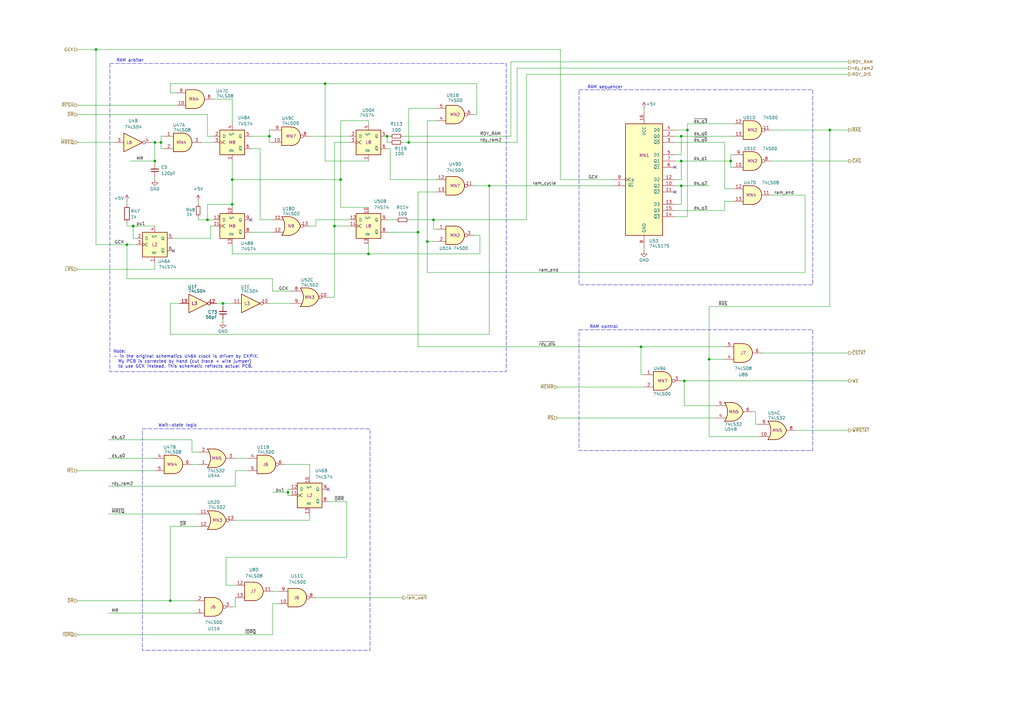
<source format=kicad_sch>
(kicad_sch (version 20250114) (generator "eeschema") (generator_version "9.0")
  (paper "A3")
  (title_block (title "Elwro 800 Junior Rev C - memory controller") (company "Przemysław Węgrzyn <pwegrzyn@codepainters.com>"))
  (lib_symbols
    (symbol "74xx:74LS00" (pin_names (offset 1.016))
      (property "Reference" "U" (at 0 1.27 0))
      (property "Value" "74LS00" (at 0 -1.27 0))
      (symbol "74LS00_1_1"
        (pin input line (at -7.62 2.54 0) (length 3.81) (name "~") (number "1"))
        (pin input line (at -7.62 -2.54 0) (length 3.81) (name "~") (number "2"))
        (pin output inverted (at 7.62 0 180) (length 3.81) (name "~") (number "3"))
      )
      (symbol "74LS00_1_2"
        (pin input inverted (at -7.62 2.54 0) (length 4.318) (name "~") (number "1"))
        (pin input inverted (at -7.62 -2.54 0) (length 4.318) (name "~") (number "2"))
        (pin output line (at 7.62 0 180) (length 3.81) (name "~") (number "3"))
      )
      (symbol "74LS00_2_1"
        (pin input line (at -7.62 2.54 0) (length 3.81) (name "~") (number "4"))
        (pin input line (at -7.62 -2.54 0) (length 3.81) (name "~") (number "5"))
        (pin output inverted (at 7.62 0 180) (length 3.81) (name "~") (number "6"))
      )
      (symbol "74LS00_2_2"
        (pin input inverted (at -7.62 2.54 0) (length 4.318) (name "~") (number "4"))
        (pin input inverted (at -7.62 -2.54 0) (length 4.318) (name "~") (number "5"))
        (pin output line (at 7.62 0 180) (length 3.81) (name "~") (number "6"))
      )
      (symbol "74LS00_3_1"
        (pin input line (at -7.62 2.54 0) (length 3.81) (name "~") (number "9"))
        (pin input line (at -7.62 -2.54 0) (length 3.81) (name "~") (number "10"))
        (pin output inverted (at 7.62 0 180) (length 3.81) (name "~") (number "8"))
      )
      (symbol "74LS00_3_2"
        (pin input inverted (at -7.62 2.54 0) (length 4.318) (name "~") (number "9"))
        (pin input inverted (at -7.62 -2.54 0) (length 4.318) (name "~") (number "10"))
        (pin output line (at 7.62 0 180) (length 3.81) (name "~") (number "8"))
      )
      (symbol "74LS00_4_1"
        (pin input line (at -7.62 2.54 0) (length 3.81) (name "~") (number "12"))
        (pin input line (at -7.62 -2.54 0) (length 3.81) (name "~") (number "13"))
        (pin output inverted (at 7.62 0 180) (length 3.81) (name "~") (number "11"))
      )
      (symbol "74LS00_4_2"
        (pin input inverted (at -7.62 2.54 0) (length 4.318) (name "~") (number "12"))
        (pin input inverted (at -7.62 -2.54 0) (length 4.318) (name "~") (number "13"))
        (pin output line (at 7.62 0 180) (length 3.81) (name "~") (number "11"))
      )
      (symbol "74LS00_5_0"
        (pin power_in line (at 0 12.7 270) (length 5.08) (name "VCC") (number "14"))
        (pin power_in line (at 0 -12.7 90) (length 5.08) (name "GND") (number "7"))
      )
    )
    (symbol "74xx:74LS02" (pin_names (offset 1.016))
      (property "Reference" "U" (at 0 1.27 0))
      (property "Value" "74LS02" (at 0 -1.27 0))
      (symbol "74LS02_1_1"
        (pin input line (at -7.62 2.54 0) (length 4.318) (name "~") (number "2"))
        (pin input line (at -7.62 -2.54 0) (length 4.318) (name "~") (number "3"))
        (pin output inverted (at 7.62 0 180) (length 3.81) (name "~") (number "1"))
      )
      (symbol "74LS02_1_2"
        (pin input inverted (at -7.62 2.54 0) (length 3.81) (name "~") (number "2"))
        (pin input inverted (at -7.62 -2.54 0) (length 3.81) (name "~") (number "3"))
        (pin output line (at 7.62 0 180) (length 3.81) (name "~") (number "1"))
      )
      (symbol "74LS02_2_1"
        (pin input line (at -7.62 2.54 0) (length 4.318) (name "~") (number "5"))
        (pin input line (at -7.62 -2.54 0) (length 4.318) (name "~") (number "6"))
        (pin output inverted (at 7.62 0 180) (length 3.81) (name "~") (number "4"))
      )
      (symbol "74LS02_2_2"
        (pin input inverted (at -7.62 2.54 0) (length 3.81) (name "~") (number "5"))
        (pin input inverted (at -7.62 -2.54 0) (length 3.81) (name "~") (number "6"))
        (pin output line (at 7.62 0 180) (length 3.81) (name "~") (number "4"))
      )
      (symbol "74LS02_3_1"
        (pin input line (at -7.62 2.54 0) (length 4.318) (name "~") (number "8"))
        (pin input line (at -7.62 -2.54 0) (length 4.318) (name "~") (number "9"))
        (pin output inverted (at 7.62 0 180) (length 3.81) (name "~") (number "10"))
      )
      (symbol "74LS02_3_2"
        (pin input inverted (at -7.62 2.54 0) (length 3.81) (name "~") (number "8"))
        (pin input inverted (at -7.62 -2.54 0) (length 3.81) (name "~") (number "9"))
        (pin output line (at 7.62 0 180) (length 3.81) (name "~") (number "10"))
      )
      (symbol "74LS02_4_1"
        (pin input line (at -7.62 2.54 0) (length 4.318) (name "~") (number "11"))
        (pin input line (at -7.62 -2.54 0) (length 4.318) (name "~") (number "12"))
        (pin output inverted (at 7.62 0 180) (length 3.81) (name "~") (number "13"))
      )
      (symbol "74LS02_4_2"
        (pin input inverted (at -7.62 2.54 0) (length 3.81) (name "~") (number "11"))
        (pin input inverted (at -7.62 -2.54 0) (length 3.81) (name "~") (number "12"))
        (pin output line (at 7.62 0 180) (length 3.81) (name "~") (number "13"))
      )
      (symbol "74LS02_5_0"
        (pin power_in line (at 0 12.7 270) (length 5.08) (name "VCC") (number "14"))
        (pin power_in line (at 0 -12.7 90) (length 5.08) (name "GND") (number "7"))
      )
    )
    (symbol "74xx:74LS04"
      (property "Reference" "U" (at 0 1.27 0))
      (property "Value" "74LS04" (at 0 -1.27 0))
      (symbol "74LS04_1_0"
        (pin input line (at -7.62 0 0) (length 3.81) (name "~") (number "1"))
        (pin output inverted (at 7.62 0 180) (length 3.81) (name "~") (number "2"))
      )
      (symbol "74LS04_2_0"
        (pin input line (at -7.62 0 0) (length 3.81) (name "~") (number "3"))
        (pin output inverted (at 7.62 0 180) (length 3.81) (name "~") (number "4"))
      )
      (symbol "74LS04_3_0"
        (pin input line (at -7.62 0 0) (length 3.81) (name "~") (number "5"))
        (pin output inverted (at 7.62 0 180) (length 3.81) (name "~") (number "6"))
      )
      (symbol "74LS04_4_0"
        (pin input line (at -7.62 0 0) (length 3.81) (name "~") (number "9"))
        (pin output inverted (at 7.62 0 180) (length 3.81) (name "~") (number "8"))
      )
      (symbol "74LS04_5_0"
        (pin input line (at -7.62 0 0) (length 3.81) (name "~") (number "11"))
        (pin output inverted (at 7.62 0 180) (length 3.81) (name "~") (number "10"))
      )
      (symbol "74LS04_6_0"
        (pin input line (at -7.62 0 0) (length 3.81) (name "~") (number "13"))
        (pin output inverted (at 7.62 0 180) (length 3.81) (name "~") (number "12"))
      )
      (symbol "74LS04_7_0"
        (pin power_in line (at 0 12.7 270) (length 5.08) (name "VCC") (number "14"))
        (pin power_in line (at 0 -12.7 90) (length 5.08) (name "GND") (number "7"))
      )
    )
    (symbol "74xx:74LS08" (pin_names (offset 1.016))
      (property "Reference" "U" (at 0 1.27 0))
      (property "Value" "74LS08" (at 0 -1.27 0))
      (symbol "74LS08_1_1"
        (pin input line (at -7.62 2.54 0) (length 3.81) (name "~") (number "1"))
        (pin input line (at -7.62 -2.54 0) (length 3.81) (name "~") (number "2"))
        (pin output line (at 7.62 0 180) (length 3.81) (name "~") (number "3"))
      )
      (symbol "74LS08_1_2"
        (pin input inverted (at -7.62 2.54 0) (length 4.318) (name "~") (number "1"))
        (pin input inverted (at -7.62 -2.54 0) (length 4.318) (name "~") (number "2"))
        (pin output inverted (at 7.62 0 180) (length 3.81) (name "~") (number "3"))
      )
      (symbol "74LS08_2_1"
        (pin input line (at -7.62 2.54 0) (length 3.81) (name "~") (number "4"))
        (pin input line (at -7.62 -2.54 0) (length 3.81) (name "~") (number "5"))
        (pin output line (at 7.62 0 180) (length 3.81) (name "~") (number "6"))
      )
      (symbol "74LS08_2_2"
        (pin input inverted (at -7.62 2.54 0) (length 4.318) (name "~") (number "4"))
        (pin input inverted (at -7.62 -2.54 0) (length 4.318) (name "~") (number "5"))
        (pin output inverted (at 7.62 0 180) (length 3.81) (name "~") (number "6"))
      )
      (symbol "74LS08_3_1"
        (pin input line (at -7.62 2.54 0) (length 3.81) (name "~") (number "9"))
        (pin input line (at -7.62 -2.54 0) (length 3.81) (name "~") (number "10"))
        (pin output line (at 7.62 0 180) (length 3.81) (name "~") (number "8"))
      )
      (symbol "74LS08_3_2"
        (pin input inverted (at -7.62 2.54 0) (length 4.318) (name "~") (number "9"))
        (pin input inverted (at -7.62 -2.54 0) (length 4.318) (name "~") (number "10"))
        (pin output inverted (at 7.62 0 180) (length 3.81) (name "~") (number "8"))
      )
      (symbol "74LS08_4_1"
        (pin input line (at -7.62 2.54 0) (length 3.81) (name "~") (number "12"))
        (pin input line (at -7.62 -2.54 0) (length 3.81) (name "~") (number "13"))
        (pin output line (at 7.62 0 180) (length 3.81) (name "~") (number "11"))
      )
      (symbol "74LS08_4_2"
        (pin input inverted (at -7.62 2.54 0) (length 4.318) (name "~") (number "12"))
        (pin input inverted (at -7.62 -2.54 0) (length 4.318) (name "~") (number "13"))
        (pin output inverted (at 7.62 0 180) (length 3.81) (name "~") (number "11"))
      )
      (symbol "74LS08_5_0"
        (pin power_in line (at 0 12.7 270) (length 5.08) (name "VCC") (number "14"))
        (pin power_in line (at 0 -12.7 90) (length 5.08) (name "GND") (number "7"))
      )
    )
    (symbol "74xx:74LS32" (pin_names (offset 1.016))
      (property "Reference" "U" (at 0 1.27 0))
      (property "Value" "74LS32" (at 0 -1.27 0))
      (symbol "74LS32_1_1"
        (pin input line (at -7.62 2.54 0) (length 4.318) (name "~") (number "1"))
        (pin input line (at -7.62 -2.54 0) (length 4.318) (name "~") (number "2"))
        (pin output line (at 7.62 0 180) (length 3.81) (name "~") (number "3"))
      )
      (symbol "74LS32_1_2"
        (pin input inverted (at -7.62 2.54 0) (length 3.81) (name "~") (number "1"))
        (pin input inverted (at -7.62 -2.54 0) (length 3.81) (name "~") (number "2"))
        (pin output inverted (at 7.62 0 180) (length 3.81) (name "~") (number "3"))
      )
      (symbol "74LS32_2_1"
        (pin input line (at -7.62 2.54 0) (length 4.318) (name "~") (number "4"))
        (pin input line (at -7.62 -2.54 0) (length 4.318) (name "~") (number "5"))
        (pin output line (at 7.62 0 180) (length 3.81) (name "~") (number "6"))
      )
      (symbol "74LS32_2_2"
        (pin input inverted (at -7.62 2.54 0) (length 3.81) (name "~") (number "4"))
        (pin input inverted (at -7.62 -2.54 0) (length 3.81) (name "~") (number "5"))
        (pin output inverted (at 7.62 0 180) (length 3.81) (name "~") (number "6"))
      )
      (symbol "74LS32_3_1"
        (pin input line (at -7.62 2.54 0) (length 4.318) (name "~") (number "9"))
        (pin input line (at -7.62 -2.54 0) (length 4.318) (name "~") (number "10"))
        (pin output line (at 7.62 0 180) (length 3.81) (name "~") (number "8"))
      )
      (symbol "74LS32_3_2"
        (pin input inverted (at -7.62 2.54 0) (length 3.81) (name "~") (number "9"))
        (pin input inverted (at -7.62 -2.54 0) (length 3.81) (name "~") (number "10"))
        (pin output inverted (at 7.62 0 180) (length 3.81) (name "~") (number "8"))
      )
      (symbol "74LS32_4_1"
        (pin input line (at -7.62 2.54 0) (length 4.318) (name "~") (number "12"))
        (pin input line (at -7.62 -2.54 0) (length 4.318) (name "~") (number "13"))
        (pin output line (at 7.62 0 180) (length 3.81) (name "~") (number "11"))
      )
      (symbol "74LS32_4_2"
        (pin input inverted (at -7.62 2.54 0) (length 3.81) (name "~") (number "12"))
        (pin input inverted (at -7.62 -2.54 0) (length 3.81) (name "~") (number "13"))
        (pin output inverted (at 7.62 0 180) (length 3.81) (name "~") (number "11"))
      )
      (symbol "74LS32_5_0"
        (pin power_in line (at 0 12.7 270) (length 5.08) (name "VCC") (number "14"))
        (pin power_in line (at 0 -12.7 90) (length 5.08) (name "GND") (number "7"))
      )
    )
    (symbol "74xx:74LS74" (pin_names (offset 1.016))
      (property "Reference" "U" (at -7.62 8.89 0))
      (property "Value" "74LS74" (at -7.62 -8.89 0))
      (symbol "74LS74_1_0"
        (pin input line (at -7.62 2.54 0) (length 2.54) (name "D") (number "2"))
        (pin input clock (at -7.62 0 0) (length 2.54) (name "C") (number "3"))
        (pin input line (at 0 7.62 270) (length 2.54) (name "~{S}") (number "4"))
        (pin input line (at 0 -7.62 90) (length 2.54) (name "~{R}") (number "1"))
        (pin output line (at 7.62 2.54 180) (length 2.54) (name "Q") (number "5"))
        (pin output line (at 7.62 -2.54 180) (length 2.54) (name "~{Q}") (number "6"))
      )
      (symbol "74LS74_2_0"
        (pin input line (at -7.62 2.54 0) (length 2.54) (name "D") (number "12"))
        (pin input clock (at -7.62 0 0) (length 2.54) (name "C") (number "11"))
        (pin input line (at 0 7.62 270) (length 2.54) (name "~{S}") (number "10"))
        (pin input line (at 0 -7.62 90) (length 2.54) (name "~{R}") (number "13"))
        (pin output line (at 7.62 2.54 180) (length 2.54) (name "Q") (number "9"))
        (pin output line (at 7.62 -2.54 180) (length 2.54) (name "~{Q}") (number "8"))
      )
      (symbol "74LS74_3_0"
        (pin power_in line (at 0 10.16 270) (length 2.54) (name "VCC") (number "14"))
        (pin power_in line (at 0 -10.16 90) (length 2.54) (name "GND") (number "7"))
      )
    )
    (symbol "Device:C_Small" (pin_numbers (hide yes)) (pin_names (offset 0.254) (hide yes))
      (property "Reference" "C" (at 0.254 1.778 0))
      (property "Value" "C_Small" (at 0.254 -2.032 0))
      (symbol "C_Small_1_1"
        (pin passive line (at 0 2.54 270) (length 2.032) (name "~") (number "1"))
        (pin passive line (at 0 -2.54 90) (length 2.032) (name "~") (number "2"))
      )
    )
    (symbol "Device:R" (pin_numbers (hide yes)) (pin_names (offset 0))
      (property "Reference" "R" (at 2.032 0 90))
      (property "Value" "R" (at 0 0 90))
      (symbol "R_1_1"
        (pin passive line (at 0 3.81 270) (length 1.27) (name "~") (number "1"))
        (pin passive line (at 0 -3.81 90) (length 1.27) (name "~") (number "2"))
      )
    )
    (symbol "Device:R_Small" (pin_numbers (hide yes)) (pin_names (offset 0.254) (hide yes))
      (property "Reference" "R" (at 0.762 0.508 0))
      (property "Value" "R_Small" (at 0.762 -1.016 0))
      (symbol "R_Small_1_1"
        (pin passive line (at 0 2.54 270) (length 0.762) (name "~") (number "1"))
        (pin passive line (at 0 -2.54 90) (length 0.762) (name "~") (number "2"))
      )
    )
    (symbol "e800j_custom:74LS175" (pin_names (offset 1.016))
      (property "Reference" "U" (at -7.62 13.97 0))
      (property "Value" "74LS175" (at -7.62 -16.51 0))
      (symbol "74LS175_1_0"
        (pin input clock (at -12.7 -10.16 0) (length 5.08) (name "Cp") (number "9"))
        (pin input line (at -12.7 -12.7 0) (length 5.08) (name "~{Mr}") (number "1"))
        (pin power_in line (at 0 17.78 270) (length 5.08) (name "VCC") (number "16"))
        (pin power_in line (at 0 -38.1 90) (length 5.08) (name "GND") (number "8"))
        (pin input line (at 12.7 10.16 180) (length 5.08) (name "D0") (number "4"))
        (pin output line (at 12.7 7.62 180) (length 5.08) (name "Q0") (number "2"))
        (pin output line (at 12.7 5.08 180) (length 5.08) (name "~{Q0}") (number "3"))
        (pin input line (at 12.7 0 180) (length 5.08) (name "D1") (number "5"))
        (pin output line (at 12.7 -2.54 180) (length 5.08) (name "Q1") (number "7"))
        (pin output line (at 12.7 -5.08 180) (length 5.08) (name "~{Q1}") (number "6"))
        (pin input line (at 12.7 -10.16 180) (length 5.08) (name "D2") (number "12"))
        (pin output line (at 12.7 -12.7 180) (length 5.08) (name "Q2") (number "10"))
        (pin output line (at 12.7 -15.24 180) (length 5.08) (name "~{Q2}") (number "11"))
        (pin input line (at 12.7 -20.32 180) (length 5.08) (name "D3") (number "13"))
        (pin output line (at 12.7 -22.86 180) (length 5.08) (name "Q3") (number "15"))
        (pin output line (at 12.7 -25.4 180) (length 5.08) (name "~{Q3}") (number "14"))
      )
    )
    (symbol "power:+5V" (power) (pin_numbers (hide yes)) (pin_names (offset 0) (hide yes))
      (property "Value" "+5V" (at 0 3.556 0))
      (symbol "+5V_1_1"
        (pin power_in line (at 0 0 90) (length 0) (name "~") (number "1"))
      )
    )
    (symbol "power:GND" (power) (pin_numbers (hide yes)) (pin_names (offset 0) (hide yes))
      (property "Value" "GND" (at 0 -3.81 0))
      (symbol "GND_1_1"
        (pin power_in line (at 0 0 270) (length 0) (name "~") (number "1"))
      )
    )
  )
  (rectangle (start 237.49 135.255) (end 333.375 184.785) (stroke (width 0) (type dash)))
  (rectangle (start 237.49 36.83) (end 333.375 116.84) (stroke (width 0) (type dash)))
  (rectangle (start 58.42 175.895) (end 151.765 266.7) (stroke (width 0) (type dash)))
  (rectangle (start 45.085 26.035) (end 207.645 152.4) (stroke (width 0) (type dash)))
  (text "Note:\n- in the original schematics U46A clock is driven by CKPIX. \n  My PCB is corrected by hand (cut trace + wire jumper) \n  to use GCK instead. This schematic reflects actual PCB." (at 46.482 147.32 0) (effects (font (size 1.27 1.27)) (justify left)))
  (text "RAM sequencer" (at 248.158 35.814 0) (effects (font (size 1.27 1.27))))
  (text "RAM arbiter" (at 53.34 24.892 0) (effects (font (size 1.27 1.27))))
  (text "RAM control" (at 247.65 134.112 0) (effects (font (size 1.27 1.27))))
  (text "Wait-state logic" (at 72.898 174.498 0) (effects (font (size 1.27 1.27))))
  (junction (at 167.64 58.42))
  (junction (at 177.8 90.17))
  (junction (at 137.16 92.71))
  (junction (at 63.5 66.04))
  (junction (at 280.67 156.21))
  (junction (at 69.85 246.38))
  (junction (at 279.4 76.2))
  (junction (at 281.94 53.34))
  (junction (at 39.37 20.32))
  (junction (at 151.13 104.14))
  (junction (at 262.89 142.24))
  (junction (at 340.36 53.34))
  (junction (at 118.11 201.93))
  (junction (at 95.25 73.66))
  (junction (at 63.5 58.42))
  (junction (at 91.44 124.46))
  (junction (at 54.61 92.71))
  (junction (at 66.04 58.42))
  (junction (at 200.66 76.2))
  (junction (at 171.45 95.25))
  (junction (at 299.72 66.04))
  (junction (at 133.35 34.29))
  (junction (at 175.26 99.06))
  (junction (at 158.75 55.88))
  (junction (at 95.25 83.82))
  (junction (at 290.83 147.32))
  (junction (at 52.07 100.33))
  (junction (at 279.4 66.04))
  (junction (at 85.09 90.17))
  (junction (at 110.49 55.88))
  (junction (at 139.7 73.66))
  (junction (at 279.4 55.88))
  (no_connect (at 134.62 200.66))
  (no_connect (at 71.12 102.87))
  (no_connect (at 102.87 90.17))
  (no_connect (at 276.86 68.58))
  (no_connect (at 276.86 78.74))
  (wire (pts (xy 81.28 88.9) (xy 81.28 90.17)))
  (wire (pts (xy 142.24 228.6) (xy 92.71 228.6)))
  (wire (pts (xy 110.49 53.34) (xy 111.76 53.34)))
  (wire (pts (xy 127 92.71) (xy 129.54 92.71)))
  (wire (pts (xy 95.25 40.64) (xy 95.25 50.8)))
  (wire (pts (xy 171.45 142.24) (xy 262.89 142.24)))
  (wire (pts (xy 340.36 125.73) (xy 340.36 53.34)))
  (wire (pts (xy 69.85 34.29) (xy 133.35 34.29)))
  (wire (pts (xy 129.54 245.11) (xy 165.1 245.11)))
  (wire (pts (xy 133.35 34.29) (xy 195.58 34.29)))
  (wire (pts (xy 91.44 124.46) (xy 95.25 124.46)))
  (wire (pts (xy 96.52 187.96) (xy 101.6 187.96)))
  (wire (pts (xy 88.9 124.46) (xy 91.44 124.46)))
  (wire (pts (xy 102.87 55.88) (xy 110.49 55.88)))
  (wire (pts (xy 179.07 93.98) (xy 177.8 93.98)))
  (wire (pts (xy 279.4 63.5) (xy 279.4 55.88)))
  (wire (pts (xy 215.9 30.48) (xy 215.9 90.17)))
  (wire (pts (xy 111.76 119.38) (xy 119.38 119.38)))
  (wire (pts (xy 31.75 58.42) (xy 46.99 58.42)))
  (wire (pts (xy 280.67 156.21) (xy 347.98 156.21)))
  (wire (pts (xy 39.37 100.33) (xy 52.07 100.33)))
  (wire (pts (xy 175.26 49.53) (xy 179.07 49.53)))
  (wire (pts (xy 118.11 201.93) (xy 118.11 203.2)))
  (wire (pts (xy 92.71 228.6) (xy 92.71 240.03)))
  (wire (pts (xy 63.5 107.95) (xy 63.5 110.49)))
  (wire (pts (xy 86.36 92.71) (xy 87.63 92.71)))
  (wire (pts (xy 81.28 90.17) (xy 85.09 90.17)))
  (wire (pts (xy 63.5 72.39) (xy 63.5 73.66)))
  (wire (pts (xy 212.09 27.94) (xy 212.09 58.42)))
  (wire (pts (xy 158.75 95.25) (xy 171.45 95.25)))
  (wire (pts (xy 279.4 66.04) (xy 276.86 66.04)))
  (wire (pts (xy 264.16 44.45) (xy 264.16 45.72)))
  (wire (pts (xy 340.36 53.34) (xy 347.98 53.34)))
  (wire (pts (xy 111.76 58.42) (xy 110.49 58.42)))
  (wire (pts (xy 52.07 114.3) (xy 52.07 100.33)))
  (wire (pts (xy 290.83 125.73) (xy 340.36 125.73)))
  (wire (pts (xy 95.25 66.04) (xy 95.25 73.66)))
  (wire (pts (xy 165.1 58.42) (xy 167.64 58.42)))
  (wire (pts (xy 53.34 66.04) (xy 63.5 66.04)))
  (wire (pts (xy 66.04 58.42) (xy 66.04 55.88)))
  (wire (pts (xy 85.09 90.17) (xy 85.09 83.82)))
  (wire (pts (xy 44.45 199.39) (xy 96.52 199.39)))
  (wire (pts (xy 39.37 20.32) (xy 229.87 20.32)))
  (wire (pts (xy 293.37 166.37) (xy 280.67 166.37)))
  (wire (pts (xy 297.18 77.47) (xy 297.18 58.42)))
  (wire (pts (xy 44.45 180.34) (xy 78.74 180.34)))
  (wire (pts (xy 276.86 53.34) (xy 281.94 53.34)))
  (wire (pts (xy 276.86 73.66) (xy 279.4 73.66)))
  (wire (pts (xy 69.85 38.1) (xy 69.85 34.29)))
  (wire (pts (xy 158.75 60.96) (xy 160.02 60.96)))
  (wire (pts (xy 281.94 53.34) (xy 281.94 50.8)))
  (wire (pts (xy 54.61 92.71) (xy 63.5 92.71)))
  (wire (pts (xy 276.86 83.82) (xy 279.4 83.82)))
  (wire (pts (xy 52.07 82.55) (xy 52.07 83.82)))
  (wire (pts (xy 133.35 34.29) (xy 133.35 66.04)))
  (wire (pts (xy 177.8 93.98) (xy 177.8 90.17)))
  (wire (pts (xy 209.55 25.4) (xy 347.98 25.4)))
  (wire (pts (xy 299.72 66.04) (xy 299.72 63.5)))
  (wire (pts (xy 215.9 30.48) (xy 347.98 30.48)))
  (wire (pts (xy 279.4 76.2) (xy 276.86 76.2)))
  (wire (pts (xy 31.75 260.35) (xy 111.76 260.35)))
  (wire (pts (xy 31.75 246.38) (xy 69.85 246.38)))
  (wire (pts (xy 85.09 55.88) (xy 85.09 46.99)))
  (wire (pts (xy 118.11 203.2) (xy 119.38 203.2)))
  (wire (pts (xy 316.23 66.04) (xy 347.98 66.04)))
  (wire (pts (xy 63.5 58.42) (xy 66.04 58.42)))
  (wire (pts (xy 290.83 179.07) (xy 311.15 179.07)))
  (wire (pts (xy 127 55.88) (xy 143.51 55.88)))
  (wire (pts (xy 194.31 76.2) (xy 200.66 76.2)))
  (wire (pts (xy 52.07 100.33) (xy 55.88 100.33)))
  (wire (pts (xy 158.75 55.88) (xy 158.75 58.42)))
  (wire (pts (xy 137.16 92.71) (xy 137.16 58.42)))
  (wire (pts (xy 95.25 73.66) (xy 139.7 73.66)))
  (wire (pts (xy 142.24 205.74) (xy 142.24 228.6)))
  (wire (pts (xy 118.11 200.66) (xy 118.11 201.93)))
  (wire (pts (xy 78.74 190.5) (xy 81.28 190.5)))
  (wire (pts (xy 179.07 99.06) (xy 175.26 99.06)))
  (wire (pts (xy 111.76 201.93) (xy 118.11 201.93)))
  (wire (pts (xy 309.88 168.91) (xy 308.61 168.91)))
  (wire (pts (xy 102.87 95.25) (xy 111.76 95.25)))
  (wire (pts (xy 129.54 90.17) (xy 143.51 90.17)))
  (wire (pts (xy 175.26 111.76) (xy 175.26 99.06)))
  (wire (pts (xy 151.13 104.14) (xy 151.13 100.33)))
  (wire (pts (xy 297.18 86.36) (xy 297.18 82.55)))
  (wire (pts (xy 96.52 213.36) (xy 127 213.36)))
  (wire (pts (xy 279.4 66.04) (xy 299.72 66.04)))
  (wire (pts (xy 69.85 137.16) (xy 200.66 137.16)))
  (wire (pts (xy 69.85 124.46) (xy 69.85 137.16)))
  (wire (pts (xy 316.23 53.34) (xy 340.36 53.34)))
  (wire (pts (xy 86.36 97.79) (xy 86.36 92.71)))
  (wire (pts (xy 44.45 210.82) (xy 81.28 210.82)))
  (wire (pts (xy 139.7 73.66) (xy 139.7 85.09)))
  (wire (pts (xy 297.18 58.42) (xy 276.86 58.42)))
  (wire (pts (xy 276.86 63.5) (xy 279.4 63.5)))
  (wire (pts (xy 228.6 171.45) (xy 293.37 171.45)))
  (wire (pts (xy 279.4 76.2) (xy 290.83 76.2)))
  (wire (pts (xy 209.55 55.88) (xy 209.55 25.4)))
  (wire (pts (xy 127 213.36) (xy 127 210.82)))
  (wire (pts (xy 129.54 92.71) (xy 129.54 90.17)))
  (wire (pts (xy 158.75 90.17) (xy 162.56 90.17)))
  (wire (pts (xy 81.28 185.42) (xy 78.74 185.42)))
  (wire (pts (xy 95.25 83.82) (xy 95.25 85.09)))
  (wire (pts (xy 290.83 147.32) (xy 290.83 179.07)))
  (wire (pts (xy 196.85 96.52) (xy 194.31 96.52)))
  (wire (pts (xy 95.25 73.66) (xy 95.25 83.82)))
  (wire (pts (xy 281.94 88.9) (xy 281.94 53.34)))
  (wire (pts (xy 66.04 60.96) (xy 66.04 58.42)))
  (wire (pts (xy 95.25 100.33) (xy 95.25 104.14)))
  (wire (pts (xy 137.16 58.42) (xy 143.51 58.42)))
  (wire (pts (xy 85.09 55.88) (xy 87.63 55.88)))
  (wire (pts (xy 55.88 97.79) (xy 54.61 97.79)))
  (wire (pts (xy 96.52 193.04) (xy 101.6 193.04)))
  (wire (pts (xy 151.13 104.14) (xy 196.85 104.14)))
  (wire (pts (xy 167.64 44.45) (xy 167.64 58.42)))
  (wire (pts (xy 133.35 66.04) (xy 151.13 66.04)))
  (wire (pts (xy 91.44 124.46) (xy 91.44 125.73)))
  (wire (pts (xy 111.76 119.38) (xy 111.76 114.3)))
  (wire (pts (xy 96.52 248.92) (xy 95.25 248.92)))
  (wire (pts (xy 171.45 78.74) (xy 179.07 78.74)))
  (wire (pts (xy 175.26 111.76) (xy 330.2 111.76)))
  (wire (pts (xy 69.85 246.38) (xy 80.01 246.38)))
  (wire (pts (xy 309.88 173.99) (xy 309.88 168.91)))
  (wire (pts (xy 175.26 49.53) (xy 175.26 99.06)))
  (wire (pts (xy 276.86 86.36) (xy 297.18 86.36)))
  (wire (pts (xy 262.89 153.67) (xy 264.16 153.67)))
  (wire (pts (xy 95.25 104.14) (xy 151.13 104.14)))
  (wire (pts (xy 279.4 55.88) (xy 300.99 55.88)))
  (wire (pts (xy 87.63 40.64) (xy 95.25 40.64)))
  (wire (pts (xy 139.7 49.53) (xy 151.13 49.53)))
  (wire (pts (xy 171.45 95.25) (xy 171.45 78.74)))
  (wire (pts (xy 96.52 193.04) (xy 96.52 199.39)))
  (wire (pts (xy 137.16 92.71) (xy 137.16 121.92)))
  (wire (pts (xy 31.75 46.99) (xy 85.09 46.99)))
  (wire (pts (xy 280.67 166.37) (xy 280.67 156.21)))
  (wire (pts (xy 279.4 73.66) (xy 279.4 66.04)))
  (wire (pts (xy 281.94 50.8) (xy 300.99 50.8)))
  (wire (pts (xy 228.6 158.75) (xy 264.16 158.75)))
  (wire (pts (xy 312.42 144.78) (xy 347.98 144.78)))
  (wire (pts (xy 137.16 92.71) (xy 143.51 92.71)))
  (wire (pts (xy 31.75 43.18) (xy 72.39 43.18)))
  (wire (pts (xy 102.87 60.96) (xy 106.68 60.96)))
  (wire (pts (xy 44.45 251.46) (xy 80.01 251.46)))
  (wire (pts (xy 330.2 80.01) (xy 330.2 111.76)))
  (wire (pts (xy 44.45 187.96) (xy 63.5 187.96)))
  (wire (pts (xy 91.44 130.81) (xy 91.44 132.08)))
  (wire (pts (xy 264.16 101.6) (xy 264.16 102.87)))
  (wire (pts (xy 137.16 121.92) (xy 134.62 121.92)))
  (wire (pts (xy 167.64 58.42) (xy 212.09 58.42)))
  (wire (pts (xy 276.86 88.9) (xy 281.94 88.9)))
  (wire (pts (xy 229.87 73.66) (xy 251.46 73.66)))
  (wire (pts (xy 196.85 104.14) (xy 196.85 96.52)))
  (wire (pts (xy 160.02 60.96) (xy 160.02 73.66)))
  (wire (pts (xy 151.13 49.53) (xy 151.13 50.8)))
  (wire (pts (xy 311.15 173.99) (xy 309.88 173.99)))
  (wire (pts (xy 78.74 185.42) (xy 78.74 180.34)))
  (wire (pts (xy 69.85 246.38) (xy 69.85 215.9)))
  (wire (pts (xy 63.5 58.42) (xy 63.5 66.04)))
  (wire (pts (xy 82.55 58.42) (xy 87.63 58.42)))
  (wire (pts (xy 160.02 73.66) (xy 179.07 73.66)))
  (wire (pts (xy 160.02 58.42) (xy 158.75 58.42)))
  (wire (pts (xy 114.3 247.65) (xy 111.76 247.65)))
  (wire (pts (xy 111.76 242.57) (xy 114.3 242.57)))
  (wire (pts (xy 92.71 240.03) (xy 96.52 240.03)))
  (wire (pts (xy 63.5 66.04) (xy 63.5 67.31)))
  (wire (pts (xy 62.23 58.42) (xy 63.5 58.42)))
  (wire (pts (xy 279.4 55.88) (xy 276.86 55.88)))
  (wire (pts (xy 81.28 82.55) (xy 81.28 83.82)))
  (wire (pts (xy 110.49 55.88) (xy 110.49 53.34)))
  (wire (pts (xy 200.66 76.2) (xy 251.46 76.2)))
  (wire (pts (xy 96.52 245.11) (xy 96.52 248.92)))
  (wire (pts (xy 290.83 147.32) (xy 290.83 125.73)))
  (wire (pts (xy 167.64 90.17) (xy 177.8 90.17)))
  (wire (pts (xy 54.61 97.79) (xy 54.61 92.71)))
  (wire (pts (xy 194.31 46.99) (xy 195.58 46.99)))
  (wire (pts (xy 111.76 114.3) (xy 52.07 114.3)))
  (wire (pts (xy 72.39 38.1) (xy 69.85 38.1)))
  (wire (pts (xy 119.38 200.66) (xy 118.11 200.66)))
  (wire (pts (xy 69.85 215.9) (xy 81.28 215.9)))
  (wire (pts (xy 262.89 142.24) (xy 297.18 142.24)))
  (wire (pts (xy 179.07 44.45) (xy 167.64 44.45)))
  (wire (pts (xy 229.87 20.32) (xy 229.87 73.66)))
  (wire (pts (xy 139.7 73.66) (xy 139.7 49.53)))
  (wire (pts (xy 299.72 66.04) (xy 299.72 68.58)))
  (wire (pts (xy 66.04 55.88) (xy 67.31 55.88)))
  (wire (pts (xy 39.37 20.32) (xy 39.37 100.33)))
  (wire (pts (xy 52.07 92.71) (xy 54.61 92.71)))
  (wire (pts (xy 300.99 77.47) (xy 297.18 77.47)))
  (wire (pts (xy 139.7 85.09) (xy 151.13 85.09)))
  (wire (pts (xy 299.72 63.5) (xy 300.99 63.5)))
  (wire (pts (xy 171.45 95.25) (xy 171.45 142.24)))
  (wire (pts (xy 299.72 68.58) (xy 300.99 68.58)))
  (wire (pts (xy 106.68 90.17) (xy 111.76 90.17)))
  (wire (pts (xy 212.09 27.94) (xy 347.98 27.94)))
  (wire (pts (xy 110.49 58.42) (xy 110.49 55.88)))
  (wire (pts (xy 165.1 55.88) (xy 209.55 55.88)))
  (wire (pts (xy 71.12 97.79) (xy 86.36 97.79)))
  (wire (pts (xy 111.76 247.65) (xy 111.76 260.35)))
  (wire (pts (xy 134.62 205.74) (xy 142.24 205.74)))
  (wire (pts (xy 262.89 142.24) (xy 262.89 153.67)))
  (wire (pts (xy 52.07 91.44) (xy 52.07 92.71)))
  (wire (pts (xy 67.31 60.96) (xy 66.04 60.96)))
  (wire (pts (xy 279.4 156.21) (xy 280.67 156.21)))
  (wire (pts (xy 279.4 83.82) (xy 279.4 76.2)))
  (wire (pts (xy 316.23 80.01) (xy 330.2 80.01)))
  (wire (pts (xy 31.75 20.32) (xy 39.37 20.32)))
  (wire (pts (xy 195.58 34.29) (xy 195.58 46.99)))
  (wire (pts (xy 85.09 83.82) (xy 95.25 83.82)))
  (wire (pts (xy 297.18 147.32) (xy 290.83 147.32)))
  (wire (pts (xy 73.66 124.46) (xy 69.85 124.46)))
  (wire (pts (xy 106.68 60.96) (xy 106.68 90.17)))
  (wire (pts (xy 110.49 124.46) (xy 119.38 124.46)))
  (wire (pts (xy 127 195.58) (xy 127 190.5)))
  (wire (pts (xy 200.66 137.16) (xy 200.66 76.2)))
  (wire (pts (xy 326.39 176.53) (xy 347.98 176.53)))
  (wire (pts (xy 297.18 82.55) (xy 300.99 82.55)))
  (wire (pts (xy 158.75 55.88) (xy 160.02 55.88)))
  (wire (pts (xy 31.75 193.04) (xy 63.5 193.04)))
  (wire (pts (xy 31.75 110.49) (xy 63.5 110.49)))
  (wire (pts (xy 127 190.5) (xy 116.84 190.5)))
  (wire (pts (xy 87.63 90.17) (xy 85.09 90.17)))
  (wire (pts (xy 177.8 90.17) (xy 215.9 90.17)))
  (label "ram_cycle" (at 218.44 76.2 0))
  (label "ds_q2" (at 284.48 76.2 0))
  (label "ram_end" (at 220.98 111.76 0))
  (label "~{ds_q0}" (at 284.48 58.42 0))
  (label "~{rdy_dis}" (at 220.98 142.24 0))
  (label "MR" (at 55.88 66.04 0))
  (label "rdy_ram2" (at 45.72 199.39 0))
  (label "~{DR}" (at 73.66 215.9 0))
  (label "ds_q0" (at 284.48 55.88 0))
  (label "ds_q3" (at 284.48 86.36 0))
  (label "RDY_RAM" (at 196.85 55.88 0))
  (label "~{DRR}" (at 137.16 205.74 0))
  (label "GCK" (at 114.3 119.38 0))
  (label "~{ds_q3}" (at 284.48 50.8 0))
  (label "~{IORQ}" (at 100.33 260.35 0))
  (label "ds_q0" (at 45.72 187.96 0))
  (label "pu1" (at 113.03 201.93 0))
  (label "ds_q1" (at 284.48 66.04 0))
  (label "MR" (at 45.72 251.46 0))
  (label "GCK" (at 46.99 100.33 0))
  (label "ram_end" (at 317.5 80.01 0))
  (label "pu1" (at 55.88 92.71 0))
  (label "~{MREQ}" (at 45.72 210.82 0))
  (label "GCK" (at 241.3 73.66 0))
  (label "~{RAS}" (at 294.64 125.73 0))
  (label "ds_q2" (at 45.72 180.34 0))
  (label "rdy_ram2" (at 196.85 58.42 0))
  (hierarchical_label "~{ram_wait}" (shape output) (at 165.1 245.11 0))
  (hierarchical_label "~{RFSH}" (shape input) (at 31.75 43.18 180))
  (hierarchical_label "~{CSTAT}" (shape output) (at 347.98 144.78 0))
  (hierarchical_label "~{RAS}" (shape output) (at 347.98 53.34 0))
  (hierarchical_label "~{M1}" (shape input) (at 31.75 193.04 180))
  (hierarchical_label "WE" (shape output) (at 347.98 156.21 0))
  (hierarchical_label "~{DR}" (shape input) (at 31.75 246.38 180))
  (hierarchical_label "~{CAS}" (shape output) (at 347.98 66.04 0))
  (hierarchical_label "~{RS}" (shape input) (at 228.6 171.45 180))
  (hierarchical_label "GCK" (shape input) (at 31.75 20.32 180))
  (hierarchical_label "~{IORQ}" (shape input) (at 31.75 260.35 180))
  (hierarchical_label "~{WRSTAT}" (shape output) (at 347.98 176.53 0))
  (hierarchical_label "~{MEMR}" (shape input) (at 228.6 158.75 180))
  (hierarchical_label "rdy_ram2" (shape output) (at 347.98 27.94 0))
  (hierarchical_label "RDY_DIS" (shape output) (at 347.98 30.48 0))
  (hierarchical_label "~{MREQ}" (shape input) (at 31.75 58.42 180))
  (hierarchical_label "~{LRS}" (shape input) (at 31.75 110.49 180))
  (hierarchical_label "~{DR}" (shape input) (at 31.75 46.99 180))
  (hierarchical_label "RDY_RAM" (shape output) (at 347.98 25.4 0))
  (symbol (lib_id "74xx:74LS00") (at 186.69 46.99 0) (mirror x) (unit 2)
    (property "Reference" "U51" (at 185.674 39.116 0))
    (property "Value" "74S00" (at 186.69 41.148 0))
    (property "Footprint" "e800j_custom:DIP14_300" (effects (hide yes)))
    (property "Datasheet" "http://www.ti.com/lit/gpn/sn74ls00" (effects (hide yes)))
    (property "Description" "quad 2-input NAND gate" (effects (hide yes)))
    (property "OrigRef" "MN2" (at 186.69 46.99 0))
    (property "OrigType" "UCY74S00N" (effects (hide yes)))
  )
  (symbol (lib_id "74xx:74LS08") (at 74.93 58.42 0) (unit 1)
    (property "Reference" "U47" (at 73.406 51.308 0))
    (property "Value" "74LS08" (at 74.676 53.34 0))
    (property "Footprint" "e800j_custom:DIP14_300" (effects (hide yes)))
    (property "Datasheet" "http://www.ti.com/lit/gpn/sn74LS08" (effects (hide yes)))
    (property "Description" "Quad And2" (effects (hide yes)))
    (property "OrigRef" "MN4" (at 74.422 58.42 0))
    (property "OrigType" "UCY74LS08N" (effects (hide yes)))
  )
  (symbol (lib_id "74xx:74LS08") (at 308.61 80.01 0) (unit 4)
    (property "Reference" "U47" (at 307.594 74.93 0))
    (property "Value" "74LS08" (at 315.976 74.93 0))
    (property "Footprint" "e800j_custom:DIP14_300" (effects (hide yes)))
    (property "Datasheet" "http://www.ti.com/lit/gpn/sn74LS08" (effects (hide yes)))
    (property "Description" "Quad And2" (effects (hide yes)))
    (property "OrigRef" "MN4" (at 308.102 80.01 0))
    (property "OrigType" "UCY74LS08N" (effects (hide yes)))
  )
  (symbol (lib_id "74xx:74LS00") (at 119.38 55.88 0) (unit 3)
    (property "Reference" "U49" (at 118.11 48.514 0))
    (property "Value" "74LS00" (at 119.126 50.546 0))
    (property "Footprint" "e800j_custom:DIP14_300" (effects (hide yes)))
    (property "Datasheet" "http://www.ti.com/lit/gpn/sn74ls00" (effects (hide yes)))
    (property "Description" "quad 2-input NAND gate" (effects (hide yes)))
    (property "OrigRef" "MN7" (at 119.38 55.88 0))
    (property "OrigType" "UCY74LS00N" (effects (hide yes)))
  )
  (symbol (lib_id "power:GND") (at 91.44 132.08 0) (unit 1)
    (property "Reference" "#PWR0173" (effects (hide yes)))
    (property "Value" "GND" (at 91.44 135.89 0))
    (property "Description" "Power symbol creates a global label with name \"GND\" , ground" (effects (hide yes)))
  )
  (symbol (lib_id "74xx:74LS00") (at 186.69 76.2 0) (unit 4)
    (property "Reference" "U49" (at 186.6817 67.31 0))
    (property "Value" "74LS00" (at 186.6817 69.85 0))
    (property "Footprint" "e800j_custom:DIP14_300" (effects (hide yes)))
    (property "Datasheet" "http://www.ti.com/lit/gpn/sn74ls00" (effects (hide yes)))
    (property "Description" "quad 2-input NAND gate" (effects (hide yes)))
    (property "OrigRef" "MN7" (at 186.69 76.2 0))
    (property "OrigType" "UCY74LS00N" (effects (hide yes)))
  )
  (symbol (lib_id "74xx:74LS00") (at 186.69 96.52 0) (unit 1)
    (property "Reference" "U51" (at 182.626 101.854 0))
    (property "Value" "74S00" (at 188.976 101.854 0))
    (property "Footprint" "e800j_custom:DIP14_300" (effects (hide yes)))
    (property "Datasheet" "http://www.ti.com/lit/gpn/sn74ls00" (effects (hide yes)))
    (property "Description" "quad 2-input NAND gate" (effects (hide yes)))
    (property "OrigRef" "MN2" (at 186.69 96.52 0))
    (property "OrigType" "UCY74S00N" (effects (hide yes)))
  )
  (symbol (lib_id "74xx:74LS00") (at 109.22 190.5 0) (unit 2)
    (property "Reference" "U11" (at 107.95 183.388 0))
    (property "Value" "74LS00" (at 108.966 185.42 0))
    (property "Footprint" "e800j_custom:DIP14_300" (effects (hide yes)))
    (property "Datasheet" "http://www.ti.com/lit/gpn/sn74ls00" (effects (hide yes)))
    (property "Description" "quad 2-input NAND gate" (effects (hide yes)))
    (property "OrigRef" "J6" (at 108.966 190.5 0))
    (property "OrigType" "UCY74LS00N" (effects (hide yes)))
  )
  (symbol (lib_id "Device:R_Small") (at 81.28 86.36 180) (unit 1)
    (property "Reference" "R48" (at 76.2 86.106 0) (effects (justify right)))
    (property "Value" "1k" (at 76.454 87.884 0) (effects (justify right)))
    (property "Footprint" "e800j_custom:r_400" (effects (hide yes)))
    (property "Description" "Resistor, small symbol" (effects (hide yes)))
  )
  (symbol (lib_id "Device:R") (at 52.07 87.63 180) (unit 1)
    (property "Reference" "R47" (at 53.594 86.614 0) (effects (justify right)))
    (property "Value" "1k" (at 53.594 88.9 0) (effects (justify right)))
    (property "Footprint" "e800j_custom:r_400" (effects (hide yes)))
    (property "Description" "Resistor" (effects (hide yes)))
  )
  (symbol (lib_id "74xx:74LS04") (at 102.87 124.46 0) (unit 5)
    (property "Reference" "U1" (at 100.584 117.602 0))
    (property "Value" "74LS04" (at 102.362 119.38 0))
    (property "Footprint" "e800j_custom:DIP14_300" (effects (hide yes)))
    (property "Datasheet" "http://www.ti.com/lit/gpn/sn74LS04" (effects (hide yes)))
    (property "Description" "Hex Inverter" (effects (hide yes)))
    (property "OrigRef" "L3" (at 101.346 124.46 0))
    (property "OrigType" "UCY74LS04N" (effects (hide yes)))
  )
  (symbol (lib_id "Device:C_Small") (at 91.44 128.27 180) (unit 1)
    (property "Reference" "C73" (at 89.154 128.016 0) (effects (justify left)))
    (property "Value" "56pF" (at 89.154 130.048 0) (effects (justify left)))
    (property "Footprint" "e800j_custom:c_100" (effects (hide yes)))
    (property "Description" "Unpolarized capacitor, small symbol" (effects (hide yes)))
    (property "OrigValueDtr" "51pF" (effects (hide yes)))
  )
  (symbol (lib_id "74xx:74LS74") (at 127 203.2 0) (unit 2)
    (property "Reference" "U46" (at 129.1941 193.04 0) (effects (justify left)))
    (property "Value" "74LS74" (at 129.1941 195.58 0) (effects (justify left)))
    (property "Footprint" "e800j_custom:DIP14_300" (effects (hide yes)))
    (property "Datasheet" "74xx/74hc_hct74.pdf" (effects (hide yes)))
    (property "Description" "Dual D Flip-flop, Set & Reset" (effects (hide yes)))
    (property "OrigRef" "L2" (at 127 203.2 0))
    (property "OrigType" "UCY74LS74N" (effects (hide yes)))
  )
  (symbol (lib_id "74xx:74LS74") (at 151.13 58.42 0) (unit 1)
    (property "Reference" "U50" (at 148.59 45.212 0) (effects (justify left)))
    (property "Value" "74S74" (at 147.32 47.244 0) (effects (justify left)))
    (property "Footprint" "e800j_custom:DIP14_300" (effects (hide yes)))
    (property "Datasheet" "74xx/74hc_hct74.pdf" (effects (hide yes)))
    (property "Description" "Dual D Flip-flop, Set & Reset" (effects (hide yes)))
    (property "OrigRef" "L8" (at 151.13 58.42 0))
    (property "OrigType" "UCY74H74N" (effects (hide yes)))
  )
  (symbol (lib_id "74xx:74LS74") (at 151.13 92.71 0) (unit 2)
    (property "Reference" "U50" (at 153.3241 82.55 0) (effects (justify left)))
    (property "Value" "74S74" (at 153.3241 85.09 0) (effects (justify left)))
    (property "Footprint" "e800j_custom:DIP14_300" (effects (hide yes)))
    (property "Datasheet" "74xx/74hc_hct74.pdf" (effects (hide yes)))
    (property "Description" "Dual D Flip-flop, Set & Reset" (effects (hide yes)))
    (property "OrigRef" "L8" (at 151.13 92.71 0))
    (property "OrigType" "UCY74H74N" (effects (hide yes)))
  )
  (symbol (lib_id "Device:R_Small") (at 162.56 58.42 90) (unit 1) (on_board no)
    (property "Reference" "R119" (at 164.338 60.96 90))
    (property "Value" "100" (at 163.83 62.992 90))
    (property "Footprint" "e800j_custom:r_600" (effects (hide yes)))
    (property "Description" "Resistor, small symbol" (effects (hide yes)))
  )
  (symbol (lib_id "74xx:74LS74") (at 95.25 92.71 0) (unit 2)
    (property "Reference" "U48" (at 98.806 99.822 0) (effects (justify left)))
    (property "Value" "74S74" (at 98.806 102.108 0) (effects (justify left)))
    (property "Footprint" "e800j_custom:DIP14_300" (effects (hide yes)))
    (property "Datasheet" "74xx/74hc_hct74.pdf" (effects (hide yes)))
    (property "Description" "Dual D Flip-flop, Set & Reset" (effects (hide yes)))
    (property "OrigRef" "M8" (at 95.25 92.71 0))
    (property "OrigType" "UCY74H74N" (effects (hide yes)))
  )
  (symbol (lib_id "Device:R_Small") (at 162.56 55.88 90) (unit 1)
    (property "Reference" "R113" (at 162.56 50.8 90))
    (property "Value" "100" (at 162.56 53.34 90))
    (property "Footprint" "e800j_custom:r_600" (effects (hide yes)))
    (property "Description" "Resistor, small symbol" (effects (hide yes)))
  )
  (symbol (lib_id "74xx:74LS02") (at 119.38 92.71 0) (unit 4)
    (property "Reference" "U18" (at 118.364 85.598 0))
    (property "Value" "74LS02" (at 119.38 87.63 0))
    (property "Footprint" "e800j_custom:DIP14_300" (effects (hide yes)))
    (property "Datasheet" "http://www.ti.com/lit/gpn/sn74ls02" (effects (hide yes)))
    (property "Description" "quad 2-input NOR gate" (effects (hide yes)))
    (property "OrigRef" "N9" (at 119.38 92.71 0))
    (property "OrigType" "UCY74LS02N" (effects (hide yes)))
  )
  (symbol (lib_id "74xx:74LS00") (at 121.92 245.11 0) (unit 3)
    (property "Reference" "U11" (at 121.9117 236.22 0))
    (property "Value" "74LS00" (at 121.9117 238.76 0))
    (property "Footprint" "e800j_custom:DIP14_300" (effects (hide yes)))
    (property "Datasheet" "http://www.ti.com/lit/gpn/sn74ls00" (effects (hide yes)))
    (property "Description" "quad 2-input NAND gate" (effects (hide yes)))
    (property "OrigRef" "J6" (at 121.666 245.11 0))
    (property "OrigType" "UCY74LS00N" (effects (hide yes)))
  )
  (symbol (lib_id "74xx:74LS00") (at 308.61 53.34 0) (unit 4)
    (property "Reference" "U51" (at 307.34 48.26 0))
    (property "Value" "74S00" (at 315.976 48.26 0))
    (property "Footprint" "e800j_custom:DIP14_300" (effects (hide yes)))
    (property "Datasheet" "http://www.ti.com/lit/gpn/sn74ls00" (effects (hide yes)))
    (property "Description" "quad 2-input NAND gate" (effects (hide yes)))
    (property "OrigRef" "MN2" (at 308.61 53.34 0))
    (property "OrigType" "UCY74S00N" (effects (hide yes)))
  )
  (symbol (lib_id "74xx:74LS08") (at 80.01 40.64 0) (unit 3)
    (property "Reference" "U47" (at 91.186 37.338 0))
    (property "Value" "74LS08" (at 92.202 39.37 0))
    (property "Footprint" "e800j_custom:DIP14_300" (effects (hide yes)))
    (property "Datasheet" "http://www.ti.com/lit/gpn/sn74LS08" (effects (hide yes)))
    (property "Description" "Quad And2" (effects (hide yes)))
    (property "OrigRef" "MN4" (at 79.502 40.64 0))
    (property "OrigType" "UCY74LS08N" (effects (hide yes)))
  )
  (symbol (lib_id "74xx:74LS08") (at 304.8 144.78 0) (mirror x) (unit 2)
    (property "Reference" "U8" (at 304.7917 153.67 0))
    (property "Value" "74LS08" (at 304.7917 151.13 0))
    (property "Footprint" "e800j_custom:DIP14_300" (effects (hide yes)))
    (property "Datasheet" "http://www.ti.com/lit/gpn/sn74LS08" (effects (hide yes)))
    (property "Description" "Quad And2" (effects (hide yes)))
    (property "OrigRef" "J7" (at 304.8 144.78 0))
    (property "OrigType" "UCY74LS08N" (effects (hide yes)))
  )
  (symbol (lib_id "74xx:74LS00") (at 87.63 248.92 0) (mirror x) (unit 1)
    (property "Reference" "U11" (at 87.6217 257.81 0))
    (property "Value" "74LS00" (at 87.6217 255.27 0))
    (property "Footprint" "e800j_custom:DIP14_300" (effects (hide yes)))
    (property "Datasheet" "http://www.ti.com/lit/gpn/sn74ls00" (effects (hide yes)))
    (property "Description" "quad 2-input NAND gate" (effects (hide yes)))
    (property "OrigRef" "J6" (at 87.376 248.92 0))
    (property "OrigType" "UCY74LS00N" (effects (hide yes)))
  )
  (symbol (lib_id "power:+5V") (at 264.16 44.45 0) (unit 1)
    (property "Reference" "#PWR0175" (effects (hide yes)))
    (property "Value" "+5V" (at 266.954 42.672 0))
    (property "Description" "Power symbol creates a global label with name \"+5V\"" (effects (hide yes)))
  )
  (symbol (lib_id "74xx:74LS32") (at 88.9 187.96 0) (mirror x) (unit 1)
    (property "Reference" "U54" (at 87.63 195.072 0))
    (property "Value" "74LS32" (at 88.646 193.04 0))
    (property "Footprint" "e800j_custom:DIP14_300" (effects (hide yes)))
    (property "Datasheet" "http://www.ti.com/lit/gpn/sn74LS32" (effects (hide yes)))
    (property "Description" "Quad 2-input OR" (effects (hide yes)))
    (property "OrigRef" "MN5" (at 88.9 187.96 0))
    (property "OrigType" "UCY74LS32N" (effects (hide yes)))
  )
  (symbol (lib_id "power:GND") (at 264.16 102.87 0) (unit 1)
    (property "Reference" "#PWR0174" (effects (hide yes)))
    (property "Value" "GND" (at 264.16 106.68 0))
    (property "Description" "Power symbol creates a global label with name \"GND\" , ground" (effects (hide yes)))
  )
  (symbol (lib_id "74xx:74LS00") (at 271.78 156.21 0) (unit 1)
    (property "Reference" "U49" (at 270.51 151.13 0))
    (property "Value" "74LS00" (at 271.526 161.544 0))
    (property "Footprint" "e800j_custom:DIP14_300" (effects (hide yes)))
    (property "Datasheet" "http://www.ti.com/lit/gpn/sn74ls00" (effects (hide yes)))
    (property "Description" "quad 2-input NAND gate" (effects (hide yes)))
    (property "OrigRef" "MN7" (at 271.78 156.21 0))
    (property "OrigType" "UCY74LS00N" (effects (hide yes)))
  )
  (symbol (lib_id "74xx:74LS32") (at 318.77 176.53 0) (unit 3)
    (property "Reference" "U54" (at 317.5 169.418 0))
    (property "Value" "74LS32" (at 318.516 171.45 0))
    (property "Footprint" "e800j_custom:DIP14_300" (effects (hide yes)))
    (property "Datasheet" "http://www.ti.com/lit/gpn/sn74LS32" (effects (hide yes)))
    (property "Description" "Quad 2-input OR" (effects (hide yes)))
    (property "OrigRef" "MN5" (at 318.77 176.53 0))
    (property "OrigType" "UCY74LS32N" (effects (hide yes)))
  )
  (symbol (lib_id "74xx:74LS08") (at 71.12 190.5 0) (unit 2)
    (property "Reference" "U47" (at 69.596 183.388 0))
    (property "Value" "74LS08" (at 70.866 185.42 0))
    (property "Footprint" "e800j_custom:DIP14_300" (effects (hide yes)))
    (property "Datasheet" "http://www.ti.com/lit/gpn/sn74LS08" (effects (hide yes)))
    (property "Description" "Quad And2" (effects (hide yes)))
    (property "OrigRef" "MN4" (at 70.612 190.5 0))
    (property "OrigType" "UCY74LS08N" (effects (hide yes)))
  )
  (symbol (lib_id "power:+5V") (at 52.07 82.55 0) (unit 1)
    (property "Reference" "#PWR04" (effects (hide yes)))
    (property "Value" "+5V" (at 48.768 81.28 0))
    (property "Description" "Power symbol creates a global label with name \"+5V\"" (effects (hide yes)))
  )
  (symbol (lib_id "74xx:74LS74") (at 63.5 100.33 0) (unit 1)
    (property "Reference" "U46" (at 64.77 107.188 0) (effects (justify left)))
    (property "Value" "74LS74" (at 65.024 109.474 0) (effects (justify left)))
    (property "Footprint" "e800j_custom:DIP14_300" (effects (hide yes)))
    (property "Datasheet" "74xx/74hc_hct74.pdf" (effects (hide yes)))
    (property "Description" "Dual D Flip-flop, Set & Reset" (effects (hide yes)))
    (property "OrigRef" "L2" (at 63.5 100.33 0))
    (property "OrigType" "UCY74LS74N" (effects (hide yes)))
  )
  (symbol (lib_id "e800j_custom:74LS175") (at 264.16 63.5 0) (unit 1)
    (property "Reference" "U53" (at 266.192 98.806 0) (effects (justify left)))
    (property "Value" "74LS175" (at 266.192 100.838 0) (effects (justify left)))
    (property "Footprint" "e800j_custom:DIP16_300" (effects (hide yes)))
    (property "Datasheet" "http://www.ti.com/lit/gpn/sn74LS175" (effects (hide yes)))
    (property "Description" "4-bit D Flip-Flop, reset" (effects (hide yes)))
    (property "OrigRef" "MN1" (at 262.128 63.754 0) (effects (justify left)))
    (property "OrigType" "UCY74LS175N" (effects (hide yes)))
  )
  (symbol (lib_id "74xx:74LS02") (at 127 121.92 0) (unit 3)
    (property "Reference" "U52" (at 125.984 114.808 0))
    (property "Value" "74LS02" (at 127 116.84 0))
    (property "Footprint" "e800j_custom:DIP14_300" (effects (hide yes)))
    (property "Datasheet" "http://www.ti.com/lit/gpn/sn74ls02" (effects (hide yes)))
    (property "Description" "quad 2-input NOR gate" (effects (hide yes)))
    (property "OrigRef" "MN3" (at 127 121.92 0))
    (property "OrigType" "UCY74LS02N" (effects (hide yes)))
  )
  (symbol (lib_id "74xx:74LS32") (at 300.99 168.91 0) (mirror x) (unit 2)
    (property "Reference" "U54" (at 299.72 176.022 0))
    (property "Value" "74LS32" (at 300.736 173.99 0))
    (property "Footprint" "e800j_custom:DIP14_300" (effects (hide yes)))
    (property "Datasheet" "http://www.ti.com/lit/gpn/sn74LS32" (effects (hide yes)))
    (property "Description" "Quad 2-input OR" (effects (hide yes)))
    (property "OrigRef" "MN5" (at 300.99 168.91 0))
    (property "OrigType" "UCY74LS32N" (effects (hide yes)))
  )
  (symbol (lib_id "74xx:74LS04") (at 54.61 58.42 0) (unit 2)
    (property "Reference" "U4" (at 54.61 49.53 0))
    (property "Value" "74LS04" (at 54.61 52.07 0))
    (property "Footprint" "e800j_custom:DIP14_300" (effects (hide yes)))
    (property "Datasheet" "http://www.ti.com/lit/gpn/sn74LS04" (effects (hide yes)))
    (property "Description" "Hex Inverter" (effects (hide yes)))
    (property "OrigRef" "L6" (at 53.086 58.42 0))
    (property "OrigType" "UCY74LS04N" (effects (hide yes)))
  )
  (symbol (lib_id "74xx:74LS00") (at 308.61 66.04 0) (unit 3)
    (property "Reference" "U51" (at 307.594 60.96 0))
    (property "Value" "74S00" (at 315.722 60.96 0))
    (property "Footprint" "e800j_custom:DIP14_300" (effects (hide yes)))
    (property "Datasheet" "http://www.ti.com/lit/gpn/sn74ls00" (effects (hide yes)))
    (property "Description" "quad 2-input NAND gate" (effects (hide yes)))
    (property "OrigRef" "MN2" (at 308.61 66.04 0))
    (property "OrigType" "UCY74S00N" (effects (hide yes)))
  )
  (symbol (lib_id "Device:R_Small") (at 165.1 90.17 90) (unit 1)
    (property "Reference" "R114" (at 165.1 85.09 90))
    (property "Value" "100" (at 165.1 87.63 90))
    (property "Footprint" "e800j_custom:r_400" (effects (hide yes)))
    (property "Description" "Resistor, small symbol" (effects (hide yes)))
  )
  (symbol (lib_id "power:+5V") (at 81.28 82.55 0) (unit 1)
    (property "Reference" "#PWR0176" (effects (hide yes)))
    (property "Value" "+5V" (at 81.28 77.47 0))
    (property "Description" "Power symbol creates a global label with name \"+5V\"" (effects (hide yes)))
  )
  (symbol (lib_id "74xx:74LS02") (at 88.9 213.36 0) (unit 4)
    (property "Reference" "U52" (at 87.63 205.994 0))
    (property "Value" "74LS02" (at 88.9 208.026 0))
    (property "Footprint" "e800j_custom:DIP14_300" (effects (hide yes)))
    (property "Datasheet" "http://www.ti.com/lit/gpn/sn74ls02" (effects (hide yes)))
    (property "Description" "quad 2-input NOR gate" (effects (hide yes)))
    (property "OrigRef" "MN3" (at 89.154 213.36 0))
    (property "OrigType" "UCY74LS02N" (effects (hide yes)))
  )
  (symbol (lib_id "74xx:74LS04") (at 81.28 124.46 0) (unit 6)
    (property "Reference" "U1" (at 78.994 117.602 0))
    (property "Value" "74LS04" (at 80.772 119.38 0))
    (property "Footprint" "e800j_custom:DIP14_300" (effects (hide yes)))
    (property "Datasheet" "http://www.ti.com/lit/gpn/sn74LS04" (effects (hide yes)))
    (property "Description" "Hex Inverter" (effects (hide yes)))
    (property "OrigRef" "L3" (at 79.756 124.46 0))
    (property "OrigType" "UCY74LS04N" (effects (hide yes)))
  )
  (symbol (lib_id "74xx:74LS74") (at 95.25 58.42 0) (unit 1)
    (property "Reference" "U48" (at 97.4441 48.26 0) (effects (justify left)))
    (property "Value" "74S74" (at 97.4441 50.8 0) (effects (justify left)))
    (property "Footprint" "e800j_custom:DIP14_300" (effects (hide yes)))
    (property "Datasheet" "74xx/74hc_hct74.pdf" (effects (hide yes)))
    (property "Description" "Dual D Flip-flop, Set & Reset" (effects (hide yes)))
    (property "OrigRef" "M8" (at 95.25 58.42 0))
    (property "OrigType" "UCY74H74N" (effects (hide yes)))
  )
  (symbol (lib_id "Device:C_Small") (at 63.5 69.85 180) (unit 1)
    (property "Reference" "C5" (at 66.04 68.5735 0) (effects (justify right)))
    (property "Value" "120pF" (at 66.04 71.1135 0) (effects (justify right)))
    (property "Footprint" "e800j_custom:c_200" (effects (hide yes)))
    (property "Description" "Unpolarized capacitor, small symbol" (effects (hide yes)))
  )
  (symbol (lib_id "74xx:74LS08") (at 104.14 242.57 0) (unit 4)
    (property "Reference" "U8" (at 104.1317 233.68 0))
    (property "Value" "74LS08" (at 104.1317 236.22 0))
    (property "Footprint" "e800j_custom:DIP14_300" (effects (hide yes)))
    (property "Datasheet" "http://www.ti.com/lit/gpn/sn74LS08" (effects (hide yes)))
    (property "Description" "Quad And2" (effects (hide yes)))
    (property "OrigRef" "J7" (at 103.886 242.57 0))
    (property "OrigType" "UCY74LS08N" (effects (hide yes)))
  )
  (symbol (lib_id "power:GND") (at 63.5 73.66 0) (unit 1)
    (property "Reference" "#PWR0172" (effects (hide yes)))
    (property "Value" "GND" (at 63.5 77.47 0))
    (property "Description" "Power symbol creates a global label with name \"GND\" , ground" (effects (hide yes)))
  )
)
</source>
